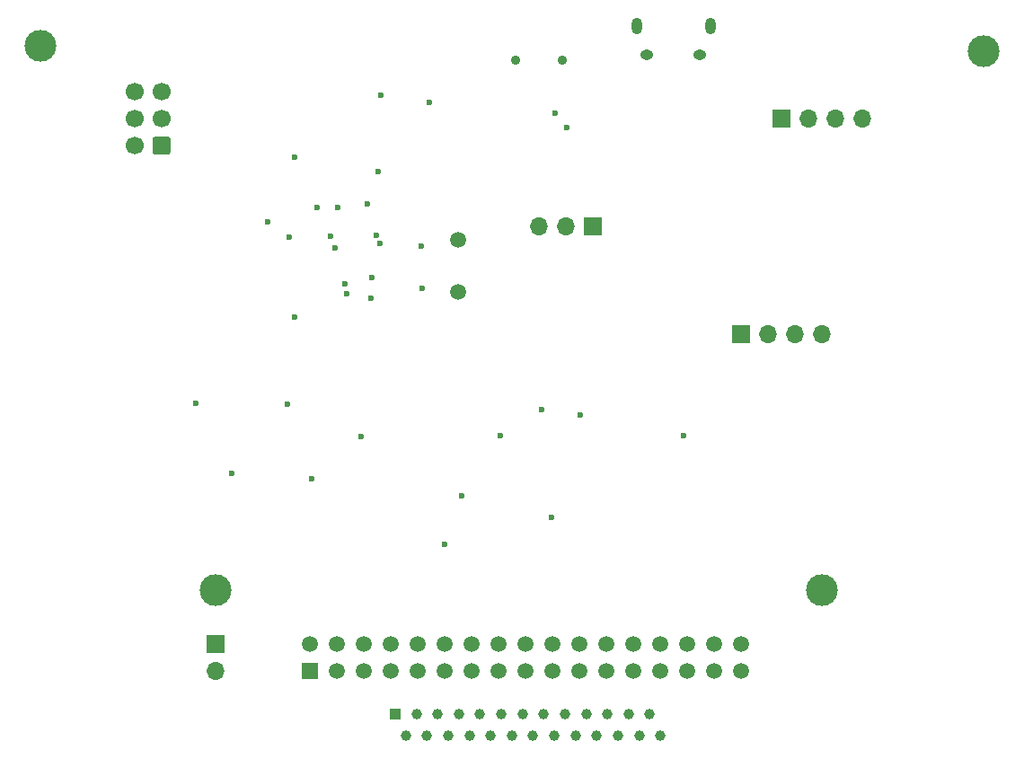
<source format=gbs>
%TF.GenerationSoftware,KiCad,Pcbnew,5.1.9+dfsg1-1~bpo10+1*%
%TF.CreationDate,2021-04-05T15:55:01+02:00*%
%TF.ProjectId,usbavrfloppy,75736261-7672-4666-9c6f-7070792e6b69,rev?*%
%TF.SameCoordinates,Original*%
%TF.FileFunction,Soldermask,Bot*%
%TF.FilePolarity,Negative*%
%FSLAX46Y46*%
G04 Gerber Fmt 4.6, Leading zero omitted, Abs format (unit mm)*
G04 Created by KiCad (PCBNEW 5.1.9+dfsg1-1~bpo10+1) date 2021-04-05 15:55:01*
%MOMM*%
%LPD*%
G01*
G04 APERTURE LIST*
%ADD10C,1.700000*%
%ADD11C,0.899160*%
%ADD12O,1.250000X0.950000*%
%ADD13O,1.000000X1.550000*%
%ADD14R,1.700000X1.700000*%
%ADD15O,1.700000X1.700000*%
%ADD16R,1.520000X1.520000*%
%ADD17C,1.520000*%
%ADD18C,1.000000*%
%ADD19R,1.000000X1.000000*%
%ADD20C,3.000000*%
%ADD21C,1.500000*%
%ADD22C,0.600000*%
G04 APERTURE END LIST*
D10*
%TO.C,CON1*%
X116840000Y-66040000D03*
X116840000Y-68580000D03*
X116840000Y-71120000D03*
X119380000Y-66040000D03*
X119380000Y-68580000D03*
G36*
G01*
X120230000Y-70520000D02*
X120230000Y-71720000D01*
G75*
G02*
X119980000Y-71970000I-250000J0D01*
G01*
X118780000Y-71970000D01*
G75*
G02*
X118530000Y-71720000I0J250000D01*
G01*
X118530000Y-70520000D01*
G75*
G02*
X118780000Y-70270000I250000J0D01*
G01*
X119980000Y-70270000D01*
G75*
G02*
X120230000Y-70520000I0J-250000D01*
G01*
G37*
%TD*%
D11*
%TO.C,J5*%
X157139640Y-63080900D03*
X152740360Y-63080900D03*
%TD*%
D12*
%TO.C,J7*%
X170140900Y-62522540D03*
X165140900Y-62522540D03*
D13*
X171140900Y-59822540D03*
X164140900Y-59822540D03*
%TD*%
D14*
%TO.C,J1*%
X124460000Y-118110000D03*
D15*
X124460000Y-120650000D03*
%TD*%
D16*
%TO.C,J2*%
X133350000Y-120650000D03*
D17*
X133350000Y-118110000D03*
X135890000Y-120650000D03*
X135890000Y-118110000D03*
X138430000Y-120650000D03*
X138430000Y-118110000D03*
X140970000Y-120650000D03*
X140970000Y-118110000D03*
X143510000Y-120650000D03*
X143510000Y-118110000D03*
X146050000Y-120650000D03*
X146050000Y-118110000D03*
X148590000Y-120650000D03*
X148590000Y-118110000D03*
X151130000Y-120650000D03*
X151130000Y-118110000D03*
X153670000Y-120650000D03*
X153670000Y-118110000D03*
X156210000Y-120650000D03*
X156210000Y-118110000D03*
X158750000Y-120650000D03*
X158750000Y-118110000D03*
X161290000Y-120650000D03*
X161290000Y-118110000D03*
X163830000Y-120650000D03*
X163830000Y-118110000D03*
X166370000Y-120650000D03*
X166370000Y-118110000D03*
X168910000Y-120650000D03*
X168910000Y-118110000D03*
X171450000Y-120650000D03*
X171450000Y-118110000D03*
X173990000Y-120650000D03*
X173990000Y-118110000D03*
%TD*%
D14*
%TO.C,J3*%
X173990000Y-88900000D03*
D15*
X176530000Y-88900000D03*
X179070000Y-88900000D03*
X181610000Y-88900000D03*
%TD*%
D18*
%TO.C,J4*%
X142400000Y-126730000D03*
X144400000Y-126730000D03*
X146400000Y-126730000D03*
X148400000Y-126730000D03*
X150400000Y-126730000D03*
X152400000Y-126730000D03*
X154400000Y-126730000D03*
X156400000Y-126730000D03*
X158400000Y-126730000D03*
X160400000Y-126730000D03*
X162400000Y-126730000D03*
X164400000Y-126730000D03*
X166400000Y-126730000D03*
D19*
X141400000Y-124730000D03*
D18*
X143400000Y-124730000D03*
X145400000Y-124730000D03*
X147400000Y-124730000D03*
X149400000Y-124730000D03*
X151400000Y-124730000D03*
X153400000Y-124730000D03*
X155400000Y-124730000D03*
X157400000Y-124730000D03*
X159400000Y-124730000D03*
X161400000Y-124730000D03*
X163400000Y-124730000D03*
X165400000Y-124730000D03*
%TD*%
D14*
%TO.C,J6*%
X177800000Y-68580000D03*
D15*
X180340000Y-68580000D03*
X182880000Y-68580000D03*
X185420000Y-68580000D03*
%TD*%
D14*
%TO.C,P1*%
X160020000Y-78740000D03*
D15*
X157480000Y-78740000D03*
X154940000Y-78740000D03*
%TD*%
D20*
%TO.C,P2*%
X124460000Y-113030000D03*
%TD*%
%TO.C,P3*%
X181610000Y-113030000D03*
%TD*%
%TO.C,P4*%
X196850000Y-62230000D03*
%TD*%
%TO.C,P5*%
X107950000Y-61722000D03*
%TD*%
D21*
%TO.C,Y1*%
X147320000Y-80010000D03*
X147320000Y-84890000D03*
%TD*%
D22*
X143878700Y-80563400D03*
X131928200Y-87284000D03*
X140085000Y-66363400D03*
X129350200Y-78300000D03*
X131409500Y-79750000D03*
X134072300Y-76990600D03*
X151275000Y-98473700D03*
X168596400Y-98483800D03*
X156141500Y-106125100D03*
X138229600Y-98569600D03*
X139164700Y-83545700D03*
X139757400Y-73565400D03*
X136676900Y-84146300D03*
X131926900Y-72219500D03*
X139160000Y-85463700D03*
X144647800Y-67030000D03*
X138821100Y-76594800D03*
X136822100Y-85064900D03*
X147698700Y-104140000D03*
X146030000Y-108696000D03*
X122579800Y-95444200D03*
X135997800Y-76991400D03*
X131209500Y-95494800D03*
X135736700Y-80739100D03*
X155202600Y-95998400D03*
X143927200Y-84550000D03*
X158853100Y-96511100D03*
X139615000Y-79616200D03*
X126010000Y-101991100D03*
X135295300Y-79624500D03*
X133541800Y-102495900D03*
X139986300Y-80376800D03*
X157534200Y-69450300D03*
X156479200Y-68046100D03*
M02*

</source>
